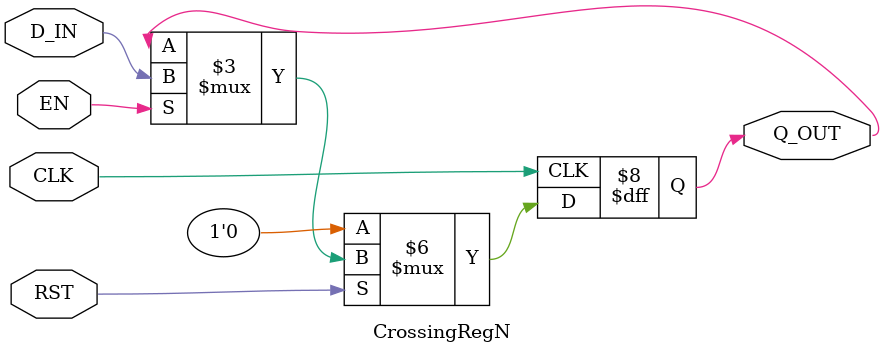
<source format=v>

`ifdef BSV_ASSIGNMENT_DELAY
`else
  `define BSV_ASSIGNMENT_DELAY
`endif

`ifdef BSV_POSITIVE_RESET
  `define BSV_RESET_VALUE 1'b1
  `define BSV_RESET_EDGE posedge
`else
  `define BSV_RESET_VALUE 1'b0
  `define BSV_RESET_EDGE negedge
`endif


module CrossingRegN(CLK, RST, Q_OUT, D_IN, EN);

   parameter width = 1;
   parameter init  = { width {1'b0} } ;

   input     CLK;
   input     RST;
   input     EN;
   input [width - 1 : 0] D_IN;
   output [width - 1 : 0] Q_OUT;

   reg [width - 1 : 0]    Q_OUT;

   always@(posedge CLK)
     begin
        if (RST == `BSV_RESET_VALUE)
          Q_OUT <= `BSV_ASSIGNMENT_DELAY init;
        else
          begin
             if (EN)
               Q_OUT <= `BSV_ASSIGNMENT_DELAY D_IN;
          end // else: !if(RST == `BSV_RESET_VALUE)
     end

`ifdef BSV_NO_INITIAL_BLOCKS
`else // not BSV_NO_INITIAL_BLOCKS
   // synopsys translate_off
   initial begin
      Q_OUT = {((width + 1)/2){2'b10}} ;
   end
   // synopsys translate_on
`endif // BSV_NO_INITIAL_BLOCKS

endmodule


</source>
